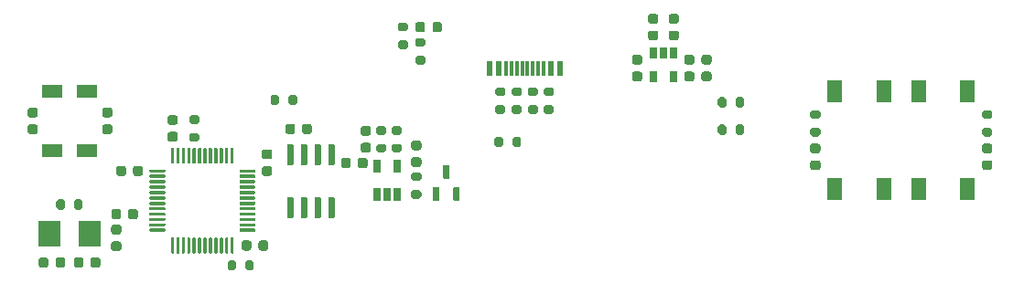
<source format=gtp>
G04 #@! TF.GenerationSoftware,KiCad,Pcbnew,(5.1.12)-1*
G04 #@! TF.CreationDate,2024-06-07T21:14:04+03:00*
G04 #@! TF.ProjectId,CaliperPCB,43616c69-7065-4725-9043-422e6b696361,rev?*
G04 #@! TF.SameCoordinates,Original*
G04 #@! TF.FileFunction,Paste,Top*
G04 #@! TF.FilePolarity,Positive*
%FSLAX46Y46*%
G04 Gerber Fmt 4.6, Leading zero omitted, Abs format (unit mm)*
G04 Created by KiCad (PCBNEW (5.1.12)-1) date 2024-06-07 21:14:04*
%MOMM*%
%LPD*%
G01*
G04 APERTURE LIST*
%ADD10R,0.650000X1.220000*%
%ADD11R,0.650000X1.060000*%
%ADD12R,1.400000X2.100000*%
%ADD13R,1.900000X1.300000*%
%ADD14R,2.000000X2.400000*%
%ADD15R,0.300000X1.450000*%
%ADD16R,0.600000X1.450000*%
G04 APERTURE END LIST*
G36*
G01*
X159335000Y-94905000D02*
X158785000Y-94905000D01*
G75*
G02*
X158585000Y-94705000I0J200000D01*
G01*
X158585000Y-94305000D01*
G75*
G02*
X158785000Y-94105000I200000J0D01*
G01*
X159335000Y-94105000D01*
G75*
G02*
X159535000Y-94305000I0J-200000D01*
G01*
X159535000Y-94705000D01*
G75*
G02*
X159335000Y-94905000I-200000J0D01*
G01*
G37*
G36*
G01*
X159335000Y-93255000D02*
X158785000Y-93255000D01*
G75*
G02*
X158585000Y-93055000I0J200000D01*
G01*
X158585000Y-92655000D01*
G75*
G02*
X158785000Y-92455000I200000J0D01*
G01*
X159335000Y-92455000D01*
G75*
G02*
X159535000Y-92655000I0J-200000D01*
G01*
X159535000Y-93055000D01*
G75*
G02*
X159335000Y-93255000I-200000J0D01*
G01*
G37*
G36*
G01*
X146555000Y-98935000D02*
X147055000Y-98935000D01*
G75*
G02*
X147280000Y-99160000I0J-225000D01*
G01*
X147280000Y-99610000D01*
G75*
G02*
X147055000Y-99835000I-225000J0D01*
G01*
X146555000Y-99835000D01*
G75*
G02*
X146330000Y-99610000I0J225000D01*
G01*
X146330000Y-99160000D01*
G75*
G02*
X146555000Y-98935000I225000J0D01*
G01*
G37*
G36*
G01*
X146555000Y-97385000D02*
X147055000Y-97385000D01*
G75*
G02*
X147280000Y-97610000I0J-225000D01*
G01*
X147280000Y-98060000D01*
G75*
G02*
X147055000Y-98285000I-225000J0D01*
G01*
X146555000Y-98285000D01*
G75*
G02*
X146330000Y-98060000I0J225000D01*
G01*
X146330000Y-97610000D01*
G75*
G02*
X146555000Y-97385000I225000J0D01*
G01*
G37*
G36*
G01*
X141395000Y-99720000D02*
X141395000Y-99220000D01*
G75*
G02*
X141620000Y-98995000I225000J0D01*
G01*
X142070000Y-98995000D01*
G75*
G02*
X142295000Y-99220000I0J-225000D01*
G01*
X142295000Y-99720000D01*
G75*
G02*
X142070000Y-99945000I-225000J0D01*
G01*
X141620000Y-99945000D01*
G75*
G02*
X141395000Y-99720000I0J225000D01*
G01*
G37*
G36*
G01*
X139845000Y-99720000D02*
X139845000Y-99220000D01*
G75*
G02*
X140070000Y-98995000I225000J0D01*
G01*
X140520000Y-98995000D01*
G75*
G02*
X140745000Y-99220000I0J-225000D01*
G01*
X140745000Y-99720000D01*
G75*
G02*
X140520000Y-99945000I-225000J0D01*
G01*
X140070000Y-99945000D01*
G75*
G02*
X139845000Y-99720000I0J225000D01*
G01*
G37*
G36*
G01*
X135585000Y-96060000D02*
X135585000Y-96560000D01*
G75*
G02*
X135360000Y-96785000I-225000J0D01*
G01*
X134910000Y-96785000D01*
G75*
G02*
X134685000Y-96560000I0J225000D01*
G01*
X134685000Y-96060000D01*
G75*
G02*
X134910000Y-95835000I225000J0D01*
G01*
X135360000Y-95835000D01*
G75*
G02*
X135585000Y-96060000I0J-225000D01*
G01*
G37*
G36*
G01*
X137135000Y-96060000D02*
X137135000Y-96560000D01*
G75*
G02*
X136910000Y-96785000I-225000J0D01*
G01*
X136460000Y-96785000D01*
G75*
G02*
X136235000Y-96560000I0J225000D01*
G01*
X136235000Y-96060000D01*
G75*
G02*
X136460000Y-95835000I225000J0D01*
G01*
X136910000Y-95835000D01*
G75*
G02*
X137135000Y-96060000I0J-225000D01*
G01*
G37*
G36*
G01*
X183470000Y-97665000D02*
X183970000Y-97665000D01*
G75*
G02*
X184195000Y-97890000I0J-225000D01*
G01*
X184195000Y-98340000D01*
G75*
G02*
X183970000Y-98565000I-225000J0D01*
G01*
X183470000Y-98565000D01*
G75*
G02*
X183245000Y-98340000I0J225000D01*
G01*
X183245000Y-97890000D01*
G75*
G02*
X183470000Y-97665000I225000J0D01*
G01*
G37*
G36*
G01*
X183470000Y-99215000D02*
X183970000Y-99215000D01*
G75*
G02*
X184195000Y-99440000I0J-225000D01*
G01*
X184195000Y-99890000D01*
G75*
G02*
X183970000Y-100115000I-225000J0D01*
G01*
X183470000Y-100115000D01*
G75*
G02*
X183245000Y-99890000I0J225000D01*
G01*
X183245000Y-99440000D01*
G75*
G02*
X183470000Y-99215000I225000J0D01*
G01*
G37*
G36*
G01*
X154845000Y-94905000D02*
X154295000Y-94905000D01*
G75*
G02*
X154095000Y-94705000I0J200000D01*
G01*
X154095000Y-94305000D01*
G75*
G02*
X154295000Y-94105000I200000J0D01*
G01*
X154845000Y-94105000D01*
G75*
G02*
X155045000Y-94305000I0J-200000D01*
G01*
X155045000Y-94705000D01*
G75*
G02*
X154845000Y-94905000I-200000J0D01*
G01*
G37*
G36*
G01*
X154845000Y-93255000D02*
X154295000Y-93255000D01*
G75*
G02*
X154095000Y-93055000I0J200000D01*
G01*
X154095000Y-92655000D01*
G75*
G02*
X154295000Y-92455000I200000J0D01*
G01*
X154845000Y-92455000D01*
G75*
G02*
X155045000Y-92655000I0J-200000D01*
G01*
X155045000Y-93055000D01*
G75*
G02*
X154845000Y-93255000I-200000J0D01*
G01*
G37*
G36*
G01*
X154048000Y-97785000D02*
X154048000Y-97235000D01*
G75*
G02*
X154248000Y-97035000I200000J0D01*
G01*
X154648000Y-97035000D01*
G75*
G02*
X154848000Y-97235000I0J-200000D01*
G01*
X154848000Y-97785000D01*
G75*
G02*
X154648000Y-97985000I-200000J0D01*
G01*
X154248000Y-97985000D01*
G75*
G02*
X154048000Y-97785000I0J200000D01*
G01*
G37*
G36*
G01*
X155698000Y-97785000D02*
X155698000Y-97235000D01*
G75*
G02*
X155898000Y-97035000I200000J0D01*
G01*
X156298000Y-97035000D01*
G75*
G02*
X156498000Y-97235000I0J-200000D01*
G01*
X156498000Y-97785000D01*
G75*
G02*
X156298000Y-97985000I-200000J0D01*
G01*
X155898000Y-97985000D01*
G75*
G02*
X155698000Y-97785000I0J200000D01*
G01*
G37*
G36*
G01*
X155823000Y-92455000D02*
X156373000Y-92455000D01*
G75*
G02*
X156573000Y-92655000I0J-200000D01*
G01*
X156573000Y-93055000D01*
G75*
G02*
X156373000Y-93255000I-200000J0D01*
G01*
X155823000Y-93255000D01*
G75*
G02*
X155623000Y-93055000I0J200000D01*
G01*
X155623000Y-92655000D01*
G75*
G02*
X155823000Y-92455000I200000J0D01*
G01*
G37*
G36*
G01*
X155823000Y-94105000D02*
X156373000Y-94105000D01*
G75*
G02*
X156573000Y-94305000I0J-200000D01*
G01*
X156573000Y-94705000D01*
G75*
G02*
X156373000Y-94905000I-200000J0D01*
G01*
X155823000Y-94905000D01*
G75*
G02*
X155623000Y-94705000I0J200000D01*
G01*
X155623000Y-94305000D01*
G75*
G02*
X155823000Y-94105000I200000J0D01*
G01*
G37*
G36*
G01*
X157323000Y-92455000D02*
X157873000Y-92455000D01*
G75*
G02*
X158073000Y-92655000I0J-200000D01*
G01*
X158073000Y-93055000D01*
G75*
G02*
X157873000Y-93255000I-200000J0D01*
G01*
X157323000Y-93255000D01*
G75*
G02*
X157123000Y-93055000I0J200000D01*
G01*
X157123000Y-92655000D01*
G75*
G02*
X157323000Y-92455000I200000J0D01*
G01*
G37*
G36*
G01*
X157323000Y-94105000D02*
X157873000Y-94105000D01*
G75*
G02*
X158073000Y-94305000I0J-200000D01*
G01*
X158073000Y-94705000D01*
G75*
G02*
X157873000Y-94905000I-200000J0D01*
G01*
X157323000Y-94905000D01*
G75*
G02*
X157123000Y-94705000I0J200000D01*
G01*
X157123000Y-94305000D01*
G75*
G02*
X157323000Y-94105000I200000J0D01*
G01*
G37*
D10*
X143150000Y-102387500D03*
X144100000Y-102387500D03*
X145050000Y-102387500D03*
X145050000Y-99767500D03*
X143150000Y-99767500D03*
G36*
G01*
X132740000Y-98210000D02*
X133240000Y-98210000D01*
G75*
G02*
X133465000Y-98435000I0J-225000D01*
G01*
X133465000Y-98885000D01*
G75*
G02*
X133240000Y-99110000I-225000J0D01*
G01*
X132740000Y-99110000D01*
G75*
G02*
X132515000Y-98885000I0J225000D01*
G01*
X132515000Y-98435000D01*
G75*
G02*
X132740000Y-98210000I225000J0D01*
G01*
G37*
G36*
G01*
X132740000Y-99760000D02*
X133240000Y-99760000D01*
G75*
G02*
X133465000Y-99985000I0J-225000D01*
G01*
X133465000Y-100435000D01*
G75*
G02*
X133240000Y-100660000I-225000J0D01*
G01*
X132740000Y-100660000D01*
G75*
G02*
X132515000Y-100435000I0J225000D01*
G01*
X132515000Y-99985000D01*
G75*
G02*
X132740000Y-99760000I225000J0D01*
G01*
G37*
G36*
G01*
X148851250Y-102997500D02*
X148408750Y-102997500D01*
G75*
G02*
X148335000Y-102923750I0J73750D01*
G01*
X148335000Y-101771250D01*
G75*
G02*
X148408750Y-101697500I73750J0D01*
G01*
X148851250Y-101697500D01*
G75*
G02*
X148925000Y-101771250I0J-73750D01*
G01*
X148925000Y-102923750D01*
G75*
G02*
X148851250Y-102997500I-73750J0D01*
G01*
G37*
G36*
G01*
X150751250Y-102997500D02*
X150308750Y-102997500D01*
G75*
G02*
X150235000Y-102923750I0J73750D01*
G01*
X150235000Y-101771250D01*
G75*
G02*
X150308750Y-101697500I73750J0D01*
G01*
X150751250Y-101697500D01*
G75*
G02*
X150825000Y-101771250I0J-73750D01*
G01*
X150825000Y-102923750D01*
G75*
G02*
X150751250Y-102997500I-73750J0D01*
G01*
G37*
G36*
G01*
X149801250Y-100947500D02*
X149358750Y-100947500D01*
G75*
G02*
X149285000Y-100873750I0J73750D01*
G01*
X149285000Y-99721250D01*
G75*
G02*
X149358750Y-99647500I73750J0D01*
G01*
X149801250Y-99647500D01*
G75*
G02*
X149875000Y-99721250I0J-73750D01*
G01*
X149875000Y-100873750D01*
G75*
G02*
X149801250Y-100947500I-73750J0D01*
G01*
G37*
D11*
X170620000Y-91440000D03*
X168720000Y-91440000D03*
X168720000Y-89240000D03*
X169670000Y-89240000D03*
X170620000Y-89240000D03*
G36*
G01*
X135360000Y-99655000D02*
X134910000Y-99655000D01*
G75*
G02*
X134835000Y-99580000I0J75000D01*
G01*
X134835000Y-97830000D01*
G75*
G02*
X134910000Y-97755000I75000J0D01*
G01*
X135360000Y-97755000D01*
G75*
G02*
X135435000Y-97830000I0J-75000D01*
G01*
X135435000Y-99580000D01*
G75*
G02*
X135360000Y-99655000I-75000J0D01*
G01*
G37*
G36*
G01*
X136630000Y-99655000D02*
X136180000Y-99655000D01*
G75*
G02*
X136105000Y-99580000I0J75000D01*
G01*
X136105000Y-97830000D01*
G75*
G02*
X136180000Y-97755000I75000J0D01*
G01*
X136630000Y-97755000D01*
G75*
G02*
X136705000Y-97830000I0J-75000D01*
G01*
X136705000Y-99580000D01*
G75*
G02*
X136630000Y-99655000I-75000J0D01*
G01*
G37*
G36*
G01*
X137900000Y-99655000D02*
X137450000Y-99655000D01*
G75*
G02*
X137375000Y-99580000I0J75000D01*
G01*
X137375000Y-97830000D01*
G75*
G02*
X137450000Y-97755000I75000J0D01*
G01*
X137900000Y-97755000D01*
G75*
G02*
X137975000Y-97830000I0J-75000D01*
G01*
X137975000Y-99580000D01*
G75*
G02*
X137900000Y-99655000I-75000J0D01*
G01*
G37*
G36*
G01*
X139170000Y-99655000D02*
X138720000Y-99655000D01*
G75*
G02*
X138645000Y-99580000I0J75000D01*
G01*
X138645000Y-97830000D01*
G75*
G02*
X138720000Y-97755000I75000J0D01*
G01*
X139170000Y-97755000D01*
G75*
G02*
X139245000Y-97830000I0J-75000D01*
G01*
X139245000Y-99580000D01*
G75*
G02*
X139170000Y-99655000I-75000J0D01*
G01*
G37*
G36*
G01*
X139170000Y-104565000D02*
X138720000Y-104565000D01*
G75*
G02*
X138645000Y-104490000I0J75000D01*
G01*
X138645000Y-102740000D01*
G75*
G02*
X138720000Y-102665000I75000J0D01*
G01*
X139170000Y-102665000D01*
G75*
G02*
X139245000Y-102740000I0J-75000D01*
G01*
X139245000Y-104490000D01*
G75*
G02*
X139170000Y-104565000I-75000J0D01*
G01*
G37*
G36*
G01*
X137900000Y-104565000D02*
X137450000Y-104565000D01*
G75*
G02*
X137375000Y-104490000I0J75000D01*
G01*
X137375000Y-102740000D01*
G75*
G02*
X137450000Y-102665000I75000J0D01*
G01*
X137900000Y-102665000D01*
G75*
G02*
X137975000Y-102740000I0J-75000D01*
G01*
X137975000Y-104490000D01*
G75*
G02*
X137900000Y-104565000I-75000J0D01*
G01*
G37*
G36*
G01*
X136630000Y-104565000D02*
X136180000Y-104565000D01*
G75*
G02*
X136105000Y-104490000I0J75000D01*
G01*
X136105000Y-102740000D01*
G75*
G02*
X136180000Y-102665000I75000J0D01*
G01*
X136630000Y-102665000D01*
G75*
G02*
X136705000Y-102740000I0J-75000D01*
G01*
X136705000Y-104490000D01*
G75*
G02*
X136630000Y-104565000I-75000J0D01*
G01*
G37*
G36*
G01*
X135360000Y-104565000D02*
X134910000Y-104565000D01*
G75*
G02*
X134835000Y-104490000I0J75000D01*
G01*
X134835000Y-102740000D01*
G75*
G02*
X134910000Y-102665000I75000J0D01*
G01*
X135360000Y-102665000D01*
G75*
G02*
X135435000Y-102740000I0J-75000D01*
G01*
X135435000Y-104490000D01*
G75*
G02*
X135360000Y-104565000I-75000J0D01*
G01*
G37*
G36*
G01*
X130981000Y-109241000D02*
X130981000Y-108691000D01*
G75*
G02*
X131181000Y-108491000I200000J0D01*
G01*
X131581000Y-108491000D01*
G75*
G02*
X131781000Y-108691000I0J-200000D01*
G01*
X131781000Y-109241000D01*
G75*
G02*
X131581000Y-109441000I-200000J0D01*
G01*
X131181000Y-109441000D01*
G75*
G02*
X130981000Y-109241000I0J200000D01*
G01*
G37*
G36*
G01*
X129331000Y-109241000D02*
X129331000Y-108691000D01*
G75*
G02*
X129531000Y-108491000I200000J0D01*
G01*
X129931000Y-108491000D01*
G75*
G02*
X130131000Y-108691000I0J-200000D01*
G01*
X130131000Y-109241000D01*
G75*
G02*
X129931000Y-109441000I-200000J0D01*
G01*
X129531000Y-109441000D01*
G75*
G02*
X129331000Y-109241000I0J200000D01*
G01*
G37*
G36*
G01*
X125981000Y-96685000D02*
X126531000Y-96685000D01*
G75*
G02*
X126731000Y-96885000I0J-200000D01*
G01*
X126731000Y-97285000D01*
G75*
G02*
X126531000Y-97485000I-200000J0D01*
G01*
X125981000Y-97485000D01*
G75*
G02*
X125781000Y-97285000I0J200000D01*
G01*
X125781000Y-96885000D01*
G75*
G02*
X125981000Y-96685000I200000J0D01*
G01*
G37*
G36*
G01*
X125981000Y-95035000D02*
X126531000Y-95035000D01*
G75*
G02*
X126731000Y-95235000I0J-200000D01*
G01*
X126731000Y-95635000D01*
G75*
G02*
X126531000Y-95835000I-200000J0D01*
G01*
X125981000Y-95835000D01*
G75*
G02*
X125781000Y-95635000I0J200000D01*
G01*
X125781000Y-95235000D01*
G75*
G02*
X125981000Y-95035000I200000J0D01*
G01*
G37*
G36*
G01*
X174700000Y-94117500D02*
X174700000Y-93567500D01*
G75*
G02*
X174900000Y-93367500I200000J0D01*
G01*
X175300000Y-93367500D01*
G75*
G02*
X175500000Y-93567500I0J-200000D01*
G01*
X175500000Y-94117500D01*
G75*
G02*
X175300000Y-94317500I-200000J0D01*
G01*
X174900000Y-94317500D01*
G75*
G02*
X174700000Y-94117500I0J200000D01*
G01*
G37*
G36*
G01*
X176350000Y-94117500D02*
X176350000Y-93567500D01*
G75*
G02*
X176550000Y-93367500I200000J0D01*
G01*
X176950000Y-93367500D01*
G75*
G02*
X177150000Y-93567500I0J-200000D01*
G01*
X177150000Y-94117500D01*
G75*
G02*
X176950000Y-94317500I-200000J0D01*
G01*
X176550000Y-94317500D01*
G75*
G02*
X176350000Y-94117500I0J200000D01*
G01*
G37*
G36*
G01*
X147080000Y-101137500D02*
X146530000Y-101137500D01*
G75*
G02*
X146330000Y-100937500I0J200000D01*
G01*
X146330000Y-100537500D01*
G75*
G02*
X146530000Y-100337500I200000J0D01*
G01*
X147080000Y-100337500D01*
G75*
G02*
X147280000Y-100537500I0J-200000D01*
G01*
X147280000Y-100937500D01*
G75*
G02*
X147080000Y-101137500I-200000J0D01*
G01*
G37*
G36*
G01*
X147080000Y-102787500D02*
X146530000Y-102787500D01*
G75*
G02*
X146330000Y-102587500I0J200000D01*
G01*
X146330000Y-102187500D01*
G75*
G02*
X146530000Y-101987500I200000J0D01*
G01*
X147080000Y-101987500D01*
G75*
G02*
X147280000Y-102187500I0J-200000D01*
G01*
X147280000Y-102587500D01*
G75*
G02*
X147080000Y-102787500I-200000J0D01*
G01*
G37*
G36*
G01*
X143840000Y-96845000D02*
X143290000Y-96845000D01*
G75*
G02*
X143090000Y-96645000I0J200000D01*
G01*
X143090000Y-96245000D01*
G75*
G02*
X143290000Y-96045000I200000J0D01*
G01*
X143840000Y-96045000D01*
G75*
G02*
X144040000Y-96245000I0J-200000D01*
G01*
X144040000Y-96645000D01*
G75*
G02*
X143840000Y-96845000I-200000J0D01*
G01*
G37*
G36*
G01*
X143840000Y-98495000D02*
X143290000Y-98495000D01*
G75*
G02*
X143090000Y-98295000I0J200000D01*
G01*
X143090000Y-97895000D01*
G75*
G02*
X143290000Y-97695000I200000J0D01*
G01*
X143840000Y-97695000D01*
G75*
G02*
X144040000Y-97895000I0J-200000D01*
G01*
X144040000Y-98295000D01*
G75*
G02*
X143840000Y-98495000I-200000J0D01*
G01*
G37*
G36*
G01*
X144725000Y-97695000D02*
X145275000Y-97695000D01*
G75*
G02*
X145475000Y-97895000I0J-200000D01*
G01*
X145475000Y-98295000D01*
G75*
G02*
X145275000Y-98495000I-200000J0D01*
G01*
X144725000Y-98495000D01*
G75*
G02*
X144525000Y-98295000I0J200000D01*
G01*
X144525000Y-97895000D01*
G75*
G02*
X144725000Y-97695000I200000J0D01*
G01*
G37*
G36*
G01*
X144725000Y-96045000D02*
X145275000Y-96045000D01*
G75*
G02*
X145475000Y-96245000I0J-200000D01*
G01*
X145475000Y-96645000D01*
G75*
G02*
X145275000Y-96845000I-200000J0D01*
G01*
X144725000Y-96845000D01*
G75*
G02*
X144525000Y-96645000I0J200000D01*
G01*
X144525000Y-96245000D01*
G75*
G02*
X144725000Y-96045000I200000J0D01*
G01*
G37*
G36*
G01*
X142380000Y-96945000D02*
X141880000Y-96945000D01*
G75*
G02*
X141655000Y-96720000I0J225000D01*
G01*
X141655000Y-96270000D01*
G75*
G02*
X141880000Y-96045000I225000J0D01*
G01*
X142380000Y-96045000D01*
G75*
G02*
X142605000Y-96270000I0J-225000D01*
G01*
X142605000Y-96720000D01*
G75*
G02*
X142380000Y-96945000I-225000J0D01*
G01*
G37*
G36*
G01*
X142380000Y-98495000D02*
X141880000Y-98495000D01*
G75*
G02*
X141655000Y-98270000I0J225000D01*
G01*
X141655000Y-97820000D01*
G75*
G02*
X141880000Y-97595000I225000J0D01*
G01*
X142380000Y-97595000D01*
G75*
G02*
X142605000Y-97820000I0J-225000D01*
G01*
X142605000Y-98270000D01*
G75*
G02*
X142380000Y-98495000I-225000J0D01*
G01*
G37*
D12*
X193318333Y-101905000D03*
X193318333Y-92805000D03*
X197818333Y-92805000D03*
X197818333Y-101905000D03*
X190034334Y-92805000D03*
X190034334Y-101905000D03*
X185534334Y-101905000D03*
X185534334Y-92805000D03*
G36*
G01*
X147440000Y-90340000D02*
X146890000Y-90340000D01*
G75*
G02*
X146690000Y-90140000I0J200000D01*
G01*
X146690000Y-89740000D01*
G75*
G02*
X146890000Y-89540000I200000J0D01*
G01*
X147440000Y-89540000D01*
G75*
G02*
X147640000Y-89740000I0J-200000D01*
G01*
X147640000Y-90140000D01*
G75*
G02*
X147440000Y-90340000I-200000J0D01*
G01*
G37*
G36*
G01*
X147440000Y-88690000D02*
X146890000Y-88690000D01*
G75*
G02*
X146690000Y-88490000I0J200000D01*
G01*
X146690000Y-88090000D01*
G75*
G02*
X146890000Y-87890000I200000J0D01*
G01*
X147440000Y-87890000D01*
G75*
G02*
X147640000Y-88090000I0J-200000D01*
G01*
X147640000Y-88490000D01*
G75*
G02*
X147440000Y-88690000I-200000J0D01*
G01*
G37*
G36*
G01*
X146727500Y-87124250D02*
X146727500Y-86611750D01*
G75*
G02*
X146946250Y-86393000I218750J0D01*
G01*
X147383750Y-86393000D01*
G75*
G02*
X147602500Y-86611750I0J-218750D01*
G01*
X147602500Y-87124250D01*
G75*
G02*
X147383750Y-87343000I-218750J0D01*
G01*
X146946250Y-87343000D01*
G75*
G02*
X146727500Y-87124250I0J218750D01*
G01*
G37*
G36*
G01*
X148302500Y-87124250D02*
X148302500Y-86611750D01*
G75*
G02*
X148521250Y-86393000I218750J0D01*
G01*
X148958750Y-86393000D01*
G75*
G02*
X149177500Y-86611750I0J-218750D01*
G01*
X149177500Y-87124250D01*
G75*
G02*
X148958750Y-87343000I-218750J0D01*
G01*
X148521250Y-87343000D01*
G75*
G02*
X148302500Y-87124250I0J218750D01*
G01*
G37*
G36*
G01*
X199899000Y-97010000D02*
X199349000Y-97010000D01*
G75*
G02*
X199149000Y-96810000I0J200000D01*
G01*
X199149000Y-96410000D01*
G75*
G02*
X199349000Y-96210000I200000J0D01*
G01*
X199899000Y-96210000D01*
G75*
G02*
X200099000Y-96410000I0J-200000D01*
G01*
X200099000Y-96810000D01*
G75*
G02*
X199899000Y-97010000I-200000J0D01*
G01*
G37*
G36*
G01*
X199899000Y-95360000D02*
X199349000Y-95360000D01*
G75*
G02*
X199149000Y-95160000I0J200000D01*
G01*
X199149000Y-94760000D01*
G75*
G02*
X199349000Y-94560000I200000J0D01*
G01*
X199899000Y-94560000D01*
G75*
G02*
X200099000Y-94760000I0J-200000D01*
G01*
X200099000Y-95160000D01*
G75*
G02*
X199899000Y-95360000I-200000J0D01*
G01*
G37*
G36*
G01*
X199374000Y-97665000D02*
X199874000Y-97665000D01*
G75*
G02*
X200099000Y-97890000I0J-225000D01*
G01*
X200099000Y-98340000D01*
G75*
G02*
X199874000Y-98565000I-225000J0D01*
G01*
X199374000Y-98565000D01*
G75*
G02*
X199149000Y-98340000I0J225000D01*
G01*
X199149000Y-97890000D01*
G75*
G02*
X199374000Y-97665000I225000J0D01*
G01*
G37*
G36*
G01*
X199374000Y-99215000D02*
X199874000Y-99215000D01*
G75*
G02*
X200099000Y-99440000I0J-225000D01*
G01*
X200099000Y-99890000D01*
G75*
G02*
X199874000Y-100115000I-225000J0D01*
G01*
X199374000Y-100115000D01*
G75*
G02*
X199149000Y-99890000I0J225000D01*
G01*
X199149000Y-99440000D01*
G75*
G02*
X199374000Y-99215000I225000J0D01*
G01*
G37*
G36*
G01*
X124006000Y-95035000D02*
X124506000Y-95035000D01*
G75*
G02*
X124731000Y-95260000I0J-225000D01*
G01*
X124731000Y-95710000D01*
G75*
G02*
X124506000Y-95935000I-225000J0D01*
G01*
X124006000Y-95935000D01*
G75*
G02*
X123781000Y-95710000I0J225000D01*
G01*
X123781000Y-95260000D01*
G75*
G02*
X124006000Y-95035000I225000J0D01*
G01*
G37*
G36*
G01*
X124006000Y-96585000D02*
X124506000Y-96585000D01*
G75*
G02*
X124731000Y-96810000I0J-225000D01*
G01*
X124731000Y-97260000D01*
G75*
G02*
X124506000Y-97485000I-225000J0D01*
G01*
X124006000Y-97485000D01*
G75*
G02*
X123781000Y-97260000I0J225000D01*
G01*
X123781000Y-96810000D01*
G75*
G02*
X124006000Y-96585000I225000J0D01*
G01*
G37*
G36*
G01*
X174700000Y-96657500D02*
X174700000Y-96107500D01*
G75*
G02*
X174900000Y-95907500I200000J0D01*
G01*
X175300000Y-95907500D01*
G75*
G02*
X175500000Y-96107500I0J-200000D01*
G01*
X175500000Y-96657500D01*
G75*
G02*
X175300000Y-96857500I-200000J0D01*
G01*
X174900000Y-96857500D01*
G75*
G02*
X174700000Y-96657500I0J200000D01*
G01*
G37*
G36*
G01*
X176350000Y-96657500D02*
X176350000Y-96107500D01*
G75*
G02*
X176550000Y-95907500I200000J0D01*
G01*
X176950000Y-95907500D01*
G75*
G02*
X177150000Y-96107500I0J-200000D01*
G01*
X177150000Y-96657500D01*
G75*
G02*
X176950000Y-96857500I-200000J0D01*
G01*
X176550000Y-96857500D01*
G75*
G02*
X176350000Y-96657500I0J200000D01*
G01*
G37*
D13*
X116330000Y-98320000D03*
X116330000Y-92820000D03*
X113130000Y-92820000D03*
X113130000Y-98320000D03*
D14*
X112866000Y-106005000D03*
X116566000Y-106005000D03*
D15*
X157098000Y-90659000D03*
X155098000Y-90659000D03*
X155598000Y-90659000D03*
X156098000Y-90659000D03*
X156598000Y-90659000D03*
X157598000Y-90659000D03*
X158098000Y-90659000D03*
X158598000Y-90659000D03*
D16*
X153598000Y-90659000D03*
X154398000Y-90659000D03*
X159298000Y-90659000D03*
X160098000Y-90659000D03*
X160098000Y-90659000D03*
X159298000Y-90659000D03*
X154398000Y-90659000D03*
X153598000Y-90659000D03*
G36*
G01*
X133325000Y-93895000D02*
X133325000Y-93345000D01*
G75*
G02*
X133525000Y-93145000I200000J0D01*
G01*
X133925000Y-93145000D01*
G75*
G02*
X134125000Y-93345000I0J-200000D01*
G01*
X134125000Y-93895000D01*
G75*
G02*
X133925000Y-94095000I-200000J0D01*
G01*
X133525000Y-94095000D01*
G75*
G02*
X133325000Y-93895000I0J200000D01*
G01*
G37*
G36*
G01*
X134975000Y-93895000D02*
X134975000Y-93345000D01*
G75*
G02*
X135175000Y-93145000I200000J0D01*
G01*
X135575000Y-93145000D01*
G75*
G02*
X135775000Y-93345000I0J-200000D01*
G01*
X135775000Y-93895000D01*
G75*
G02*
X135575000Y-94095000I-200000J0D01*
G01*
X135175000Y-94095000D01*
G75*
G02*
X134975000Y-93895000I0J200000D01*
G01*
G37*
G36*
G01*
X119051000Y-100460000D02*
X119051000Y-99960000D01*
G75*
G02*
X119276000Y-99735000I225000J0D01*
G01*
X119726000Y-99735000D01*
G75*
G02*
X119951000Y-99960000I0J-225000D01*
G01*
X119951000Y-100460000D01*
G75*
G02*
X119726000Y-100685000I-225000J0D01*
G01*
X119276000Y-100685000D01*
G75*
G02*
X119051000Y-100460000I0J225000D01*
G01*
G37*
G36*
G01*
X120601000Y-100460000D02*
X120601000Y-99960000D01*
G75*
G02*
X120826000Y-99735000I225000J0D01*
G01*
X121276000Y-99735000D01*
G75*
G02*
X121501000Y-99960000I0J-225000D01*
G01*
X121501000Y-100460000D01*
G75*
G02*
X121276000Y-100685000I-225000J0D01*
G01*
X120826000Y-100685000D01*
G75*
G02*
X120601000Y-100460000I0J225000D01*
G01*
G37*
G36*
G01*
X118595000Y-104460000D02*
X118595000Y-103960000D01*
G75*
G02*
X118820000Y-103735000I225000J0D01*
G01*
X119270000Y-103735000D01*
G75*
G02*
X119495000Y-103960000I0J-225000D01*
G01*
X119495000Y-104460000D01*
G75*
G02*
X119270000Y-104685000I-225000J0D01*
G01*
X118820000Y-104685000D01*
G75*
G02*
X118595000Y-104460000I0J225000D01*
G01*
G37*
G36*
G01*
X120145000Y-104460000D02*
X120145000Y-103960000D01*
G75*
G02*
X120370000Y-103735000I225000J0D01*
G01*
X120820000Y-103735000D01*
G75*
G02*
X121045000Y-103960000I0J-225000D01*
G01*
X121045000Y-104460000D01*
G75*
G02*
X120820000Y-104685000I-225000J0D01*
G01*
X120370000Y-104685000D01*
G75*
G02*
X120145000Y-104460000I0J225000D01*
G01*
G37*
G36*
G01*
X145285000Y-86465000D02*
X145835000Y-86465000D01*
G75*
G02*
X146035000Y-86665000I0J-200000D01*
G01*
X146035000Y-87065000D01*
G75*
G02*
X145835000Y-87265000I-200000J0D01*
G01*
X145285000Y-87265000D01*
G75*
G02*
X145085000Y-87065000I0J200000D01*
G01*
X145085000Y-86665000D01*
G75*
G02*
X145285000Y-86465000I200000J0D01*
G01*
G37*
G36*
G01*
X145285000Y-88115000D02*
X145835000Y-88115000D01*
G75*
G02*
X146035000Y-88315000I0J-200000D01*
G01*
X146035000Y-88715000D01*
G75*
G02*
X145835000Y-88915000I-200000J0D01*
G01*
X145285000Y-88915000D01*
G75*
G02*
X145085000Y-88715000I0J200000D01*
G01*
X145085000Y-88315000D01*
G75*
G02*
X145285000Y-88115000I200000J0D01*
G01*
G37*
G36*
G01*
X122106000Y-100285000D02*
X122106000Y-100135000D01*
G75*
G02*
X122181000Y-100060000I75000J0D01*
G01*
X123506000Y-100060000D01*
G75*
G02*
X123581000Y-100135000I0J-75000D01*
G01*
X123581000Y-100285000D01*
G75*
G02*
X123506000Y-100360000I-75000J0D01*
G01*
X122181000Y-100360000D01*
G75*
G02*
X122106000Y-100285000I0J75000D01*
G01*
G37*
G36*
G01*
X122106000Y-100785000D02*
X122106000Y-100635000D01*
G75*
G02*
X122181000Y-100560000I75000J0D01*
G01*
X123506000Y-100560000D01*
G75*
G02*
X123581000Y-100635000I0J-75000D01*
G01*
X123581000Y-100785000D01*
G75*
G02*
X123506000Y-100860000I-75000J0D01*
G01*
X122181000Y-100860000D01*
G75*
G02*
X122106000Y-100785000I0J75000D01*
G01*
G37*
G36*
G01*
X122106000Y-101285000D02*
X122106000Y-101135000D01*
G75*
G02*
X122181000Y-101060000I75000J0D01*
G01*
X123506000Y-101060000D01*
G75*
G02*
X123581000Y-101135000I0J-75000D01*
G01*
X123581000Y-101285000D01*
G75*
G02*
X123506000Y-101360000I-75000J0D01*
G01*
X122181000Y-101360000D01*
G75*
G02*
X122106000Y-101285000I0J75000D01*
G01*
G37*
G36*
G01*
X122106000Y-101785000D02*
X122106000Y-101635000D01*
G75*
G02*
X122181000Y-101560000I75000J0D01*
G01*
X123506000Y-101560000D01*
G75*
G02*
X123581000Y-101635000I0J-75000D01*
G01*
X123581000Y-101785000D01*
G75*
G02*
X123506000Y-101860000I-75000J0D01*
G01*
X122181000Y-101860000D01*
G75*
G02*
X122106000Y-101785000I0J75000D01*
G01*
G37*
G36*
G01*
X122106000Y-102285000D02*
X122106000Y-102135000D01*
G75*
G02*
X122181000Y-102060000I75000J0D01*
G01*
X123506000Y-102060000D01*
G75*
G02*
X123581000Y-102135000I0J-75000D01*
G01*
X123581000Y-102285000D01*
G75*
G02*
X123506000Y-102360000I-75000J0D01*
G01*
X122181000Y-102360000D01*
G75*
G02*
X122106000Y-102285000I0J75000D01*
G01*
G37*
G36*
G01*
X122106000Y-102785000D02*
X122106000Y-102635000D01*
G75*
G02*
X122181000Y-102560000I75000J0D01*
G01*
X123506000Y-102560000D01*
G75*
G02*
X123581000Y-102635000I0J-75000D01*
G01*
X123581000Y-102785000D01*
G75*
G02*
X123506000Y-102860000I-75000J0D01*
G01*
X122181000Y-102860000D01*
G75*
G02*
X122106000Y-102785000I0J75000D01*
G01*
G37*
G36*
G01*
X122106000Y-103285000D02*
X122106000Y-103135000D01*
G75*
G02*
X122181000Y-103060000I75000J0D01*
G01*
X123506000Y-103060000D01*
G75*
G02*
X123581000Y-103135000I0J-75000D01*
G01*
X123581000Y-103285000D01*
G75*
G02*
X123506000Y-103360000I-75000J0D01*
G01*
X122181000Y-103360000D01*
G75*
G02*
X122106000Y-103285000I0J75000D01*
G01*
G37*
G36*
G01*
X122106000Y-103785000D02*
X122106000Y-103635000D01*
G75*
G02*
X122181000Y-103560000I75000J0D01*
G01*
X123506000Y-103560000D01*
G75*
G02*
X123581000Y-103635000I0J-75000D01*
G01*
X123581000Y-103785000D01*
G75*
G02*
X123506000Y-103860000I-75000J0D01*
G01*
X122181000Y-103860000D01*
G75*
G02*
X122106000Y-103785000I0J75000D01*
G01*
G37*
G36*
G01*
X122106000Y-104285000D02*
X122106000Y-104135000D01*
G75*
G02*
X122181000Y-104060000I75000J0D01*
G01*
X123506000Y-104060000D01*
G75*
G02*
X123581000Y-104135000I0J-75000D01*
G01*
X123581000Y-104285000D01*
G75*
G02*
X123506000Y-104360000I-75000J0D01*
G01*
X122181000Y-104360000D01*
G75*
G02*
X122106000Y-104285000I0J75000D01*
G01*
G37*
G36*
G01*
X122106000Y-104785000D02*
X122106000Y-104635000D01*
G75*
G02*
X122181000Y-104560000I75000J0D01*
G01*
X123506000Y-104560000D01*
G75*
G02*
X123581000Y-104635000I0J-75000D01*
G01*
X123581000Y-104785000D01*
G75*
G02*
X123506000Y-104860000I-75000J0D01*
G01*
X122181000Y-104860000D01*
G75*
G02*
X122106000Y-104785000I0J75000D01*
G01*
G37*
G36*
G01*
X122106000Y-105285000D02*
X122106000Y-105135000D01*
G75*
G02*
X122181000Y-105060000I75000J0D01*
G01*
X123506000Y-105060000D01*
G75*
G02*
X123581000Y-105135000I0J-75000D01*
G01*
X123581000Y-105285000D01*
G75*
G02*
X123506000Y-105360000I-75000J0D01*
G01*
X122181000Y-105360000D01*
G75*
G02*
X122106000Y-105285000I0J75000D01*
G01*
G37*
G36*
G01*
X122106000Y-105785000D02*
X122106000Y-105635000D01*
G75*
G02*
X122181000Y-105560000I75000J0D01*
G01*
X123506000Y-105560000D01*
G75*
G02*
X123581000Y-105635000I0J-75000D01*
G01*
X123581000Y-105785000D01*
G75*
G02*
X123506000Y-105860000I-75000J0D01*
G01*
X122181000Y-105860000D01*
G75*
G02*
X122106000Y-105785000I0J75000D01*
G01*
G37*
G36*
G01*
X124106000Y-107785000D02*
X124106000Y-106460000D01*
G75*
G02*
X124181000Y-106385000I75000J0D01*
G01*
X124331000Y-106385000D01*
G75*
G02*
X124406000Y-106460000I0J-75000D01*
G01*
X124406000Y-107785000D01*
G75*
G02*
X124331000Y-107860000I-75000J0D01*
G01*
X124181000Y-107860000D01*
G75*
G02*
X124106000Y-107785000I0J75000D01*
G01*
G37*
G36*
G01*
X124606000Y-107785000D02*
X124606000Y-106460000D01*
G75*
G02*
X124681000Y-106385000I75000J0D01*
G01*
X124831000Y-106385000D01*
G75*
G02*
X124906000Y-106460000I0J-75000D01*
G01*
X124906000Y-107785000D01*
G75*
G02*
X124831000Y-107860000I-75000J0D01*
G01*
X124681000Y-107860000D01*
G75*
G02*
X124606000Y-107785000I0J75000D01*
G01*
G37*
G36*
G01*
X125106000Y-107785000D02*
X125106000Y-106460000D01*
G75*
G02*
X125181000Y-106385000I75000J0D01*
G01*
X125331000Y-106385000D01*
G75*
G02*
X125406000Y-106460000I0J-75000D01*
G01*
X125406000Y-107785000D01*
G75*
G02*
X125331000Y-107860000I-75000J0D01*
G01*
X125181000Y-107860000D01*
G75*
G02*
X125106000Y-107785000I0J75000D01*
G01*
G37*
G36*
G01*
X125606000Y-107785000D02*
X125606000Y-106460000D01*
G75*
G02*
X125681000Y-106385000I75000J0D01*
G01*
X125831000Y-106385000D01*
G75*
G02*
X125906000Y-106460000I0J-75000D01*
G01*
X125906000Y-107785000D01*
G75*
G02*
X125831000Y-107860000I-75000J0D01*
G01*
X125681000Y-107860000D01*
G75*
G02*
X125606000Y-107785000I0J75000D01*
G01*
G37*
G36*
G01*
X126106000Y-107785000D02*
X126106000Y-106460000D01*
G75*
G02*
X126181000Y-106385000I75000J0D01*
G01*
X126331000Y-106385000D01*
G75*
G02*
X126406000Y-106460000I0J-75000D01*
G01*
X126406000Y-107785000D01*
G75*
G02*
X126331000Y-107860000I-75000J0D01*
G01*
X126181000Y-107860000D01*
G75*
G02*
X126106000Y-107785000I0J75000D01*
G01*
G37*
G36*
G01*
X126606000Y-107785000D02*
X126606000Y-106460000D01*
G75*
G02*
X126681000Y-106385000I75000J0D01*
G01*
X126831000Y-106385000D01*
G75*
G02*
X126906000Y-106460000I0J-75000D01*
G01*
X126906000Y-107785000D01*
G75*
G02*
X126831000Y-107860000I-75000J0D01*
G01*
X126681000Y-107860000D01*
G75*
G02*
X126606000Y-107785000I0J75000D01*
G01*
G37*
G36*
G01*
X127106000Y-107785000D02*
X127106000Y-106460000D01*
G75*
G02*
X127181000Y-106385000I75000J0D01*
G01*
X127331000Y-106385000D01*
G75*
G02*
X127406000Y-106460000I0J-75000D01*
G01*
X127406000Y-107785000D01*
G75*
G02*
X127331000Y-107860000I-75000J0D01*
G01*
X127181000Y-107860000D01*
G75*
G02*
X127106000Y-107785000I0J75000D01*
G01*
G37*
G36*
G01*
X127606000Y-107785000D02*
X127606000Y-106460000D01*
G75*
G02*
X127681000Y-106385000I75000J0D01*
G01*
X127831000Y-106385000D01*
G75*
G02*
X127906000Y-106460000I0J-75000D01*
G01*
X127906000Y-107785000D01*
G75*
G02*
X127831000Y-107860000I-75000J0D01*
G01*
X127681000Y-107860000D01*
G75*
G02*
X127606000Y-107785000I0J75000D01*
G01*
G37*
G36*
G01*
X128106000Y-107785000D02*
X128106000Y-106460000D01*
G75*
G02*
X128181000Y-106385000I75000J0D01*
G01*
X128331000Y-106385000D01*
G75*
G02*
X128406000Y-106460000I0J-75000D01*
G01*
X128406000Y-107785000D01*
G75*
G02*
X128331000Y-107860000I-75000J0D01*
G01*
X128181000Y-107860000D01*
G75*
G02*
X128106000Y-107785000I0J75000D01*
G01*
G37*
G36*
G01*
X128606000Y-107785000D02*
X128606000Y-106460000D01*
G75*
G02*
X128681000Y-106385000I75000J0D01*
G01*
X128831000Y-106385000D01*
G75*
G02*
X128906000Y-106460000I0J-75000D01*
G01*
X128906000Y-107785000D01*
G75*
G02*
X128831000Y-107860000I-75000J0D01*
G01*
X128681000Y-107860000D01*
G75*
G02*
X128606000Y-107785000I0J75000D01*
G01*
G37*
G36*
G01*
X129106000Y-107785000D02*
X129106000Y-106460000D01*
G75*
G02*
X129181000Y-106385000I75000J0D01*
G01*
X129331000Y-106385000D01*
G75*
G02*
X129406000Y-106460000I0J-75000D01*
G01*
X129406000Y-107785000D01*
G75*
G02*
X129331000Y-107860000I-75000J0D01*
G01*
X129181000Y-107860000D01*
G75*
G02*
X129106000Y-107785000I0J75000D01*
G01*
G37*
G36*
G01*
X129606000Y-107785000D02*
X129606000Y-106460000D01*
G75*
G02*
X129681000Y-106385000I75000J0D01*
G01*
X129831000Y-106385000D01*
G75*
G02*
X129906000Y-106460000I0J-75000D01*
G01*
X129906000Y-107785000D01*
G75*
G02*
X129831000Y-107860000I-75000J0D01*
G01*
X129681000Y-107860000D01*
G75*
G02*
X129606000Y-107785000I0J75000D01*
G01*
G37*
G36*
G01*
X130431000Y-105785000D02*
X130431000Y-105635000D01*
G75*
G02*
X130506000Y-105560000I75000J0D01*
G01*
X131831000Y-105560000D01*
G75*
G02*
X131906000Y-105635000I0J-75000D01*
G01*
X131906000Y-105785000D01*
G75*
G02*
X131831000Y-105860000I-75000J0D01*
G01*
X130506000Y-105860000D01*
G75*
G02*
X130431000Y-105785000I0J75000D01*
G01*
G37*
G36*
G01*
X130431000Y-105285000D02*
X130431000Y-105135000D01*
G75*
G02*
X130506000Y-105060000I75000J0D01*
G01*
X131831000Y-105060000D01*
G75*
G02*
X131906000Y-105135000I0J-75000D01*
G01*
X131906000Y-105285000D01*
G75*
G02*
X131831000Y-105360000I-75000J0D01*
G01*
X130506000Y-105360000D01*
G75*
G02*
X130431000Y-105285000I0J75000D01*
G01*
G37*
G36*
G01*
X130431000Y-104785000D02*
X130431000Y-104635000D01*
G75*
G02*
X130506000Y-104560000I75000J0D01*
G01*
X131831000Y-104560000D01*
G75*
G02*
X131906000Y-104635000I0J-75000D01*
G01*
X131906000Y-104785000D01*
G75*
G02*
X131831000Y-104860000I-75000J0D01*
G01*
X130506000Y-104860000D01*
G75*
G02*
X130431000Y-104785000I0J75000D01*
G01*
G37*
G36*
G01*
X130431000Y-104285000D02*
X130431000Y-104135000D01*
G75*
G02*
X130506000Y-104060000I75000J0D01*
G01*
X131831000Y-104060000D01*
G75*
G02*
X131906000Y-104135000I0J-75000D01*
G01*
X131906000Y-104285000D01*
G75*
G02*
X131831000Y-104360000I-75000J0D01*
G01*
X130506000Y-104360000D01*
G75*
G02*
X130431000Y-104285000I0J75000D01*
G01*
G37*
G36*
G01*
X130431000Y-103785000D02*
X130431000Y-103635000D01*
G75*
G02*
X130506000Y-103560000I75000J0D01*
G01*
X131831000Y-103560000D01*
G75*
G02*
X131906000Y-103635000I0J-75000D01*
G01*
X131906000Y-103785000D01*
G75*
G02*
X131831000Y-103860000I-75000J0D01*
G01*
X130506000Y-103860000D01*
G75*
G02*
X130431000Y-103785000I0J75000D01*
G01*
G37*
G36*
G01*
X130431000Y-103285000D02*
X130431000Y-103135000D01*
G75*
G02*
X130506000Y-103060000I75000J0D01*
G01*
X131831000Y-103060000D01*
G75*
G02*
X131906000Y-103135000I0J-75000D01*
G01*
X131906000Y-103285000D01*
G75*
G02*
X131831000Y-103360000I-75000J0D01*
G01*
X130506000Y-103360000D01*
G75*
G02*
X130431000Y-103285000I0J75000D01*
G01*
G37*
G36*
G01*
X130431000Y-102785000D02*
X130431000Y-102635000D01*
G75*
G02*
X130506000Y-102560000I75000J0D01*
G01*
X131831000Y-102560000D01*
G75*
G02*
X131906000Y-102635000I0J-75000D01*
G01*
X131906000Y-102785000D01*
G75*
G02*
X131831000Y-102860000I-75000J0D01*
G01*
X130506000Y-102860000D01*
G75*
G02*
X130431000Y-102785000I0J75000D01*
G01*
G37*
G36*
G01*
X130431000Y-102285000D02*
X130431000Y-102135000D01*
G75*
G02*
X130506000Y-102060000I75000J0D01*
G01*
X131831000Y-102060000D01*
G75*
G02*
X131906000Y-102135000I0J-75000D01*
G01*
X131906000Y-102285000D01*
G75*
G02*
X131831000Y-102360000I-75000J0D01*
G01*
X130506000Y-102360000D01*
G75*
G02*
X130431000Y-102285000I0J75000D01*
G01*
G37*
G36*
G01*
X130431000Y-101785000D02*
X130431000Y-101635000D01*
G75*
G02*
X130506000Y-101560000I75000J0D01*
G01*
X131831000Y-101560000D01*
G75*
G02*
X131906000Y-101635000I0J-75000D01*
G01*
X131906000Y-101785000D01*
G75*
G02*
X131831000Y-101860000I-75000J0D01*
G01*
X130506000Y-101860000D01*
G75*
G02*
X130431000Y-101785000I0J75000D01*
G01*
G37*
G36*
G01*
X130431000Y-101285000D02*
X130431000Y-101135000D01*
G75*
G02*
X130506000Y-101060000I75000J0D01*
G01*
X131831000Y-101060000D01*
G75*
G02*
X131906000Y-101135000I0J-75000D01*
G01*
X131906000Y-101285000D01*
G75*
G02*
X131831000Y-101360000I-75000J0D01*
G01*
X130506000Y-101360000D01*
G75*
G02*
X130431000Y-101285000I0J75000D01*
G01*
G37*
G36*
G01*
X130431000Y-100785000D02*
X130431000Y-100635000D01*
G75*
G02*
X130506000Y-100560000I75000J0D01*
G01*
X131831000Y-100560000D01*
G75*
G02*
X131906000Y-100635000I0J-75000D01*
G01*
X131906000Y-100785000D01*
G75*
G02*
X131831000Y-100860000I-75000J0D01*
G01*
X130506000Y-100860000D01*
G75*
G02*
X130431000Y-100785000I0J75000D01*
G01*
G37*
G36*
G01*
X130431000Y-100285000D02*
X130431000Y-100135000D01*
G75*
G02*
X130506000Y-100060000I75000J0D01*
G01*
X131831000Y-100060000D01*
G75*
G02*
X131906000Y-100135000I0J-75000D01*
G01*
X131906000Y-100285000D01*
G75*
G02*
X131831000Y-100360000I-75000J0D01*
G01*
X130506000Y-100360000D01*
G75*
G02*
X130431000Y-100285000I0J75000D01*
G01*
G37*
G36*
G01*
X129606000Y-99460000D02*
X129606000Y-98135000D01*
G75*
G02*
X129681000Y-98060000I75000J0D01*
G01*
X129831000Y-98060000D01*
G75*
G02*
X129906000Y-98135000I0J-75000D01*
G01*
X129906000Y-99460000D01*
G75*
G02*
X129831000Y-99535000I-75000J0D01*
G01*
X129681000Y-99535000D01*
G75*
G02*
X129606000Y-99460000I0J75000D01*
G01*
G37*
G36*
G01*
X129106000Y-99460000D02*
X129106000Y-98135000D01*
G75*
G02*
X129181000Y-98060000I75000J0D01*
G01*
X129331000Y-98060000D01*
G75*
G02*
X129406000Y-98135000I0J-75000D01*
G01*
X129406000Y-99460000D01*
G75*
G02*
X129331000Y-99535000I-75000J0D01*
G01*
X129181000Y-99535000D01*
G75*
G02*
X129106000Y-99460000I0J75000D01*
G01*
G37*
G36*
G01*
X128606000Y-99460000D02*
X128606000Y-98135000D01*
G75*
G02*
X128681000Y-98060000I75000J0D01*
G01*
X128831000Y-98060000D01*
G75*
G02*
X128906000Y-98135000I0J-75000D01*
G01*
X128906000Y-99460000D01*
G75*
G02*
X128831000Y-99535000I-75000J0D01*
G01*
X128681000Y-99535000D01*
G75*
G02*
X128606000Y-99460000I0J75000D01*
G01*
G37*
G36*
G01*
X128106000Y-99460000D02*
X128106000Y-98135000D01*
G75*
G02*
X128181000Y-98060000I75000J0D01*
G01*
X128331000Y-98060000D01*
G75*
G02*
X128406000Y-98135000I0J-75000D01*
G01*
X128406000Y-99460000D01*
G75*
G02*
X128331000Y-99535000I-75000J0D01*
G01*
X128181000Y-99535000D01*
G75*
G02*
X128106000Y-99460000I0J75000D01*
G01*
G37*
G36*
G01*
X127606000Y-99460000D02*
X127606000Y-98135000D01*
G75*
G02*
X127681000Y-98060000I75000J0D01*
G01*
X127831000Y-98060000D01*
G75*
G02*
X127906000Y-98135000I0J-75000D01*
G01*
X127906000Y-99460000D01*
G75*
G02*
X127831000Y-99535000I-75000J0D01*
G01*
X127681000Y-99535000D01*
G75*
G02*
X127606000Y-99460000I0J75000D01*
G01*
G37*
G36*
G01*
X127106000Y-99460000D02*
X127106000Y-98135000D01*
G75*
G02*
X127181000Y-98060000I75000J0D01*
G01*
X127331000Y-98060000D01*
G75*
G02*
X127406000Y-98135000I0J-75000D01*
G01*
X127406000Y-99460000D01*
G75*
G02*
X127331000Y-99535000I-75000J0D01*
G01*
X127181000Y-99535000D01*
G75*
G02*
X127106000Y-99460000I0J75000D01*
G01*
G37*
G36*
G01*
X126606000Y-99460000D02*
X126606000Y-98135000D01*
G75*
G02*
X126681000Y-98060000I75000J0D01*
G01*
X126831000Y-98060000D01*
G75*
G02*
X126906000Y-98135000I0J-75000D01*
G01*
X126906000Y-99460000D01*
G75*
G02*
X126831000Y-99535000I-75000J0D01*
G01*
X126681000Y-99535000D01*
G75*
G02*
X126606000Y-99460000I0J75000D01*
G01*
G37*
G36*
G01*
X126106000Y-99460000D02*
X126106000Y-98135000D01*
G75*
G02*
X126181000Y-98060000I75000J0D01*
G01*
X126331000Y-98060000D01*
G75*
G02*
X126406000Y-98135000I0J-75000D01*
G01*
X126406000Y-99460000D01*
G75*
G02*
X126331000Y-99535000I-75000J0D01*
G01*
X126181000Y-99535000D01*
G75*
G02*
X126106000Y-99460000I0J75000D01*
G01*
G37*
G36*
G01*
X125606000Y-99460000D02*
X125606000Y-98135000D01*
G75*
G02*
X125681000Y-98060000I75000J0D01*
G01*
X125831000Y-98060000D01*
G75*
G02*
X125906000Y-98135000I0J-75000D01*
G01*
X125906000Y-99460000D01*
G75*
G02*
X125831000Y-99535000I-75000J0D01*
G01*
X125681000Y-99535000D01*
G75*
G02*
X125606000Y-99460000I0J75000D01*
G01*
G37*
G36*
G01*
X125106000Y-99460000D02*
X125106000Y-98135000D01*
G75*
G02*
X125181000Y-98060000I75000J0D01*
G01*
X125331000Y-98060000D01*
G75*
G02*
X125406000Y-98135000I0J-75000D01*
G01*
X125406000Y-99460000D01*
G75*
G02*
X125331000Y-99535000I-75000J0D01*
G01*
X125181000Y-99535000D01*
G75*
G02*
X125106000Y-99460000I0J75000D01*
G01*
G37*
G36*
G01*
X124606000Y-99460000D02*
X124606000Y-98135000D01*
G75*
G02*
X124681000Y-98060000I75000J0D01*
G01*
X124831000Y-98060000D01*
G75*
G02*
X124906000Y-98135000I0J-75000D01*
G01*
X124906000Y-99460000D01*
G75*
G02*
X124831000Y-99535000I-75000J0D01*
G01*
X124681000Y-99535000D01*
G75*
G02*
X124606000Y-99460000I0J75000D01*
G01*
G37*
G36*
G01*
X124106000Y-99460000D02*
X124106000Y-98135000D01*
G75*
G02*
X124181000Y-98060000I75000J0D01*
G01*
X124331000Y-98060000D01*
G75*
G02*
X124406000Y-98135000I0J-75000D01*
G01*
X124406000Y-99460000D01*
G75*
G02*
X124331000Y-99535000I-75000J0D01*
G01*
X124181000Y-99535000D01*
G75*
G02*
X124106000Y-99460000I0J75000D01*
G01*
G37*
G36*
G01*
X183995000Y-95360000D02*
X183445000Y-95360000D01*
G75*
G02*
X183245000Y-95160000I0J200000D01*
G01*
X183245000Y-94760000D01*
G75*
G02*
X183445000Y-94560000I200000J0D01*
G01*
X183995000Y-94560000D01*
G75*
G02*
X184195000Y-94760000I0J-200000D01*
G01*
X184195000Y-95160000D01*
G75*
G02*
X183995000Y-95360000I-200000J0D01*
G01*
G37*
G36*
G01*
X183995000Y-97010000D02*
X183445000Y-97010000D01*
G75*
G02*
X183245000Y-96810000I0J200000D01*
G01*
X183245000Y-96410000D01*
G75*
G02*
X183445000Y-96210000I200000J0D01*
G01*
X183995000Y-96210000D01*
G75*
G02*
X184195000Y-96410000I0J-200000D01*
G01*
X184195000Y-96810000D01*
G75*
G02*
X183995000Y-97010000I-200000J0D01*
G01*
G37*
G36*
G01*
X115941000Y-103035000D02*
X115941000Y-103585000D01*
G75*
G02*
X115741000Y-103785000I-200000J0D01*
G01*
X115341000Y-103785000D01*
G75*
G02*
X115141000Y-103585000I0J200000D01*
G01*
X115141000Y-103035000D01*
G75*
G02*
X115341000Y-102835000I200000J0D01*
G01*
X115741000Y-102835000D01*
G75*
G02*
X115941000Y-103035000I0J-200000D01*
G01*
G37*
G36*
G01*
X114291000Y-103035000D02*
X114291000Y-103585000D01*
G75*
G02*
X114091000Y-103785000I-200000J0D01*
G01*
X113691000Y-103785000D01*
G75*
G02*
X113491000Y-103585000I0J200000D01*
G01*
X113491000Y-103035000D01*
G75*
G02*
X113691000Y-102835000I200000J0D01*
G01*
X114091000Y-102835000D01*
G75*
G02*
X114291000Y-103035000I0J-200000D01*
G01*
G37*
G36*
G01*
X167490000Y-91890000D02*
X166990000Y-91890000D01*
G75*
G02*
X166765000Y-91665000I0J225000D01*
G01*
X166765000Y-91215000D01*
G75*
G02*
X166990000Y-90990000I225000J0D01*
G01*
X167490000Y-90990000D01*
G75*
G02*
X167715000Y-91215000I0J-225000D01*
G01*
X167715000Y-91665000D01*
G75*
G02*
X167490000Y-91890000I-225000J0D01*
G01*
G37*
G36*
G01*
X167490000Y-90340000D02*
X166990000Y-90340000D01*
G75*
G02*
X166765000Y-90115000I0J225000D01*
G01*
X166765000Y-89665000D01*
G75*
G02*
X166990000Y-89440000I225000J0D01*
G01*
X167490000Y-89440000D01*
G75*
G02*
X167715000Y-89665000I0J-225000D01*
G01*
X167715000Y-90115000D01*
G75*
G02*
X167490000Y-90340000I-225000J0D01*
G01*
G37*
G36*
G01*
X133100000Y-106872500D02*
X133100000Y-107372500D01*
G75*
G02*
X132875000Y-107597500I-225000J0D01*
G01*
X132425000Y-107597500D01*
G75*
G02*
X132200000Y-107372500I0J225000D01*
G01*
X132200000Y-106872500D01*
G75*
G02*
X132425000Y-106647500I225000J0D01*
G01*
X132875000Y-106647500D01*
G75*
G02*
X133100000Y-106872500I0J-225000D01*
G01*
G37*
G36*
G01*
X131550000Y-106872500D02*
X131550000Y-107372500D01*
G75*
G02*
X131325000Y-107597500I-225000J0D01*
G01*
X130875000Y-107597500D01*
G75*
G02*
X130650000Y-107372500I0J225000D01*
G01*
X130650000Y-106872500D01*
G75*
G02*
X130875000Y-106647500I225000J0D01*
G01*
X131325000Y-106647500D01*
G75*
G02*
X131550000Y-106872500I0J-225000D01*
G01*
G37*
G36*
G01*
X119295000Y-107640000D02*
X118795000Y-107640000D01*
G75*
G02*
X118570000Y-107415000I0J225000D01*
G01*
X118570000Y-106965000D01*
G75*
G02*
X118795000Y-106740000I225000J0D01*
G01*
X119295000Y-106740000D01*
G75*
G02*
X119520000Y-106965000I0J-225000D01*
G01*
X119520000Y-107415000D01*
G75*
G02*
X119295000Y-107640000I-225000J0D01*
G01*
G37*
G36*
G01*
X119295000Y-106090000D02*
X118795000Y-106090000D01*
G75*
G02*
X118570000Y-105865000I0J225000D01*
G01*
X118570000Y-105415000D01*
G75*
G02*
X118795000Y-105190000I225000J0D01*
G01*
X119295000Y-105190000D01*
G75*
G02*
X119520000Y-105415000I0J-225000D01*
G01*
X119520000Y-105865000D01*
G75*
G02*
X119295000Y-106090000I-225000J0D01*
G01*
G37*
G36*
G01*
X111570000Y-96795000D02*
X111070000Y-96795000D01*
G75*
G02*
X110845000Y-96570000I0J225000D01*
G01*
X110845000Y-96120000D01*
G75*
G02*
X111070000Y-95895000I225000J0D01*
G01*
X111570000Y-95895000D01*
G75*
G02*
X111795000Y-96120000I0J-225000D01*
G01*
X111795000Y-96570000D01*
G75*
G02*
X111570000Y-96795000I-225000J0D01*
G01*
G37*
G36*
G01*
X111570000Y-95245000D02*
X111070000Y-95245000D01*
G75*
G02*
X110845000Y-95020000I0J225000D01*
G01*
X110845000Y-94570000D01*
G75*
G02*
X111070000Y-94345000I225000J0D01*
G01*
X111570000Y-94345000D01*
G75*
G02*
X111795000Y-94570000I0J-225000D01*
G01*
X111795000Y-95020000D01*
G75*
G02*
X111570000Y-95245000I-225000J0D01*
G01*
G37*
G36*
G01*
X171813000Y-89440000D02*
X172313000Y-89440000D01*
G75*
G02*
X172538000Y-89665000I0J-225000D01*
G01*
X172538000Y-90115000D01*
G75*
G02*
X172313000Y-90340000I-225000J0D01*
G01*
X171813000Y-90340000D01*
G75*
G02*
X171588000Y-90115000I0J225000D01*
G01*
X171588000Y-89665000D01*
G75*
G02*
X171813000Y-89440000I225000J0D01*
G01*
G37*
G36*
G01*
X171813000Y-90990000D02*
X172313000Y-90990000D01*
G75*
G02*
X172538000Y-91215000I0J-225000D01*
G01*
X172538000Y-91665000D01*
G75*
G02*
X172313000Y-91890000I-225000J0D01*
G01*
X171813000Y-91890000D01*
G75*
G02*
X171588000Y-91665000I0J225000D01*
G01*
X171588000Y-91215000D01*
G75*
G02*
X171813000Y-90990000I225000J0D01*
G01*
G37*
G36*
G01*
X173906000Y-91890000D02*
X173406000Y-91890000D01*
G75*
G02*
X173181000Y-91665000I0J225000D01*
G01*
X173181000Y-91215000D01*
G75*
G02*
X173406000Y-90990000I225000J0D01*
G01*
X173906000Y-90990000D01*
G75*
G02*
X174131000Y-91215000I0J-225000D01*
G01*
X174131000Y-91665000D01*
G75*
G02*
X173906000Y-91890000I-225000J0D01*
G01*
G37*
G36*
G01*
X173906000Y-90340000D02*
X173406000Y-90340000D01*
G75*
G02*
X173181000Y-90115000I0J225000D01*
G01*
X173181000Y-89665000D01*
G75*
G02*
X173406000Y-89440000I225000J0D01*
G01*
X173906000Y-89440000D01*
G75*
G02*
X174131000Y-89665000I0J-225000D01*
G01*
X174131000Y-90115000D01*
G75*
G02*
X173906000Y-90340000I-225000J0D01*
G01*
G37*
G36*
G01*
X117960000Y-95885000D02*
X118460000Y-95885000D01*
G75*
G02*
X118685000Y-96110000I0J-225000D01*
G01*
X118685000Y-96560000D01*
G75*
G02*
X118460000Y-96785000I-225000J0D01*
G01*
X117960000Y-96785000D01*
G75*
G02*
X117735000Y-96560000I0J225000D01*
G01*
X117735000Y-96110000D01*
G75*
G02*
X117960000Y-95885000I225000J0D01*
G01*
G37*
G36*
G01*
X117960000Y-94335000D02*
X118460000Y-94335000D01*
G75*
G02*
X118685000Y-94560000I0J-225000D01*
G01*
X118685000Y-95010000D01*
G75*
G02*
X118460000Y-95235000I-225000J0D01*
G01*
X117960000Y-95235000D01*
G75*
G02*
X117735000Y-95010000I0J225000D01*
G01*
X117735000Y-94560000D01*
G75*
G02*
X117960000Y-94335000I225000J0D01*
G01*
G37*
G36*
G01*
X117566000Y-108450000D02*
X117566000Y-108950000D01*
G75*
G02*
X117341000Y-109175000I-225000J0D01*
G01*
X116891000Y-109175000D01*
G75*
G02*
X116666000Y-108950000I0J225000D01*
G01*
X116666000Y-108450000D01*
G75*
G02*
X116891000Y-108225000I225000J0D01*
G01*
X117341000Y-108225000D01*
G75*
G02*
X117566000Y-108450000I0J-225000D01*
G01*
G37*
G36*
G01*
X116016000Y-108450000D02*
X116016000Y-108950000D01*
G75*
G02*
X115791000Y-109175000I-225000J0D01*
G01*
X115341000Y-109175000D01*
G75*
G02*
X115116000Y-108950000I0J225000D01*
G01*
X115116000Y-108450000D01*
G75*
G02*
X115341000Y-108225000I225000J0D01*
G01*
X115791000Y-108225000D01*
G75*
G02*
X116016000Y-108450000I0J-225000D01*
G01*
G37*
G36*
G01*
X168470000Y-85644000D02*
X168970000Y-85644000D01*
G75*
G02*
X169195000Y-85869000I0J-225000D01*
G01*
X169195000Y-86319000D01*
G75*
G02*
X168970000Y-86544000I-225000J0D01*
G01*
X168470000Y-86544000D01*
G75*
G02*
X168245000Y-86319000I0J225000D01*
G01*
X168245000Y-85869000D01*
G75*
G02*
X168470000Y-85644000I225000J0D01*
G01*
G37*
G36*
G01*
X168470000Y-87194000D02*
X168970000Y-87194000D01*
G75*
G02*
X169195000Y-87419000I0J-225000D01*
G01*
X169195000Y-87869000D01*
G75*
G02*
X168970000Y-88094000I-225000J0D01*
G01*
X168470000Y-88094000D01*
G75*
G02*
X168245000Y-87869000I0J225000D01*
G01*
X168245000Y-87419000D01*
G75*
G02*
X168470000Y-87194000I225000J0D01*
G01*
G37*
G36*
G01*
X114316000Y-108450000D02*
X114316000Y-108950000D01*
G75*
G02*
X114091000Y-109175000I-225000J0D01*
G01*
X113641000Y-109175000D01*
G75*
G02*
X113416000Y-108950000I0J225000D01*
G01*
X113416000Y-108450000D01*
G75*
G02*
X113641000Y-108225000I225000J0D01*
G01*
X114091000Y-108225000D01*
G75*
G02*
X114316000Y-108450000I0J-225000D01*
G01*
G37*
G36*
G01*
X112766000Y-108450000D02*
X112766000Y-108950000D01*
G75*
G02*
X112541000Y-109175000I-225000J0D01*
G01*
X112091000Y-109175000D01*
G75*
G02*
X111866000Y-108950000I0J225000D01*
G01*
X111866000Y-108450000D01*
G75*
G02*
X112091000Y-108225000I225000J0D01*
G01*
X112541000Y-108225000D01*
G75*
G02*
X112766000Y-108450000I0J-225000D01*
G01*
G37*
G36*
G01*
X170370000Y-85644000D02*
X170870000Y-85644000D01*
G75*
G02*
X171095000Y-85869000I0J-225000D01*
G01*
X171095000Y-86319000D01*
G75*
G02*
X170870000Y-86544000I-225000J0D01*
G01*
X170370000Y-86544000D01*
G75*
G02*
X170145000Y-86319000I0J225000D01*
G01*
X170145000Y-85869000D01*
G75*
G02*
X170370000Y-85644000I225000J0D01*
G01*
G37*
G36*
G01*
X170370000Y-87194000D02*
X170870000Y-87194000D01*
G75*
G02*
X171095000Y-87419000I0J-225000D01*
G01*
X171095000Y-87869000D01*
G75*
G02*
X170870000Y-88094000I-225000J0D01*
G01*
X170370000Y-88094000D01*
G75*
G02*
X170145000Y-87869000I0J225000D01*
G01*
X170145000Y-87419000D01*
G75*
G02*
X170370000Y-87194000I225000J0D01*
G01*
G37*
M02*

</source>
